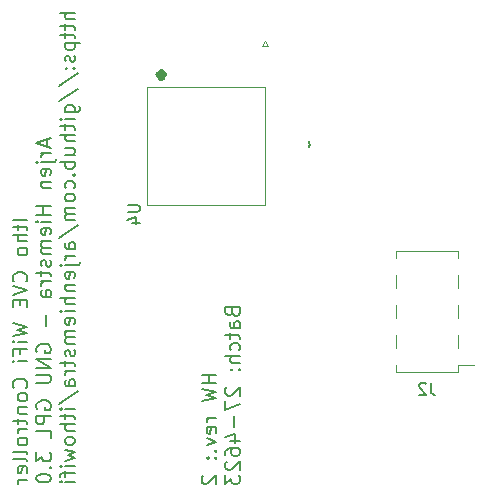
<source format=gbo>
G04 #@! TF.GenerationSoftware,KiCad,Pcbnew,7.0.7*
G04 #@! TF.CreationDate,2023-11-16T10:28:39+01:00*
G04 #@! TF.ProjectId,ithowifi_4l,6974686f-7769-4666-995f-346c2e6b6963,rev?*
G04 #@! TF.SameCoordinates,Original*
G04 #@! TF.FileFunction,Legend,Bot*
G04 #@! TF.FilePolarity,Positive*
%FSLAX46Y46*%
G04 Gerber Fmt 4.6, Leading zero omitted, Abs format (unit mm)*
G04 Created by KiCad (PCBNEW 7.0.7) date 2023-11-16 10:28:39*
%MOMM*%
%LPD*%
G01*
G04 APERTURE LIST*
%ADD10C,0.200000*%
%ADD11C,0.150000*%
%ADD12C,0.120000*%
%ADD13C,0.100000*%
%ADD14C,0.635000*%
G04 APERTURE END LIST*
D10*
X86951963Y-126225092D02*
X85705963Y-126225092D01*
X86121296Y-126640425D02*
X86121296Y-127115092D01*
X85705963Y-126818425D02*
X86773963Y-126818425D01*
X86773963Y-126818425D02*
X86892630Y-126877759D01*
X86892630Y-126877759D02*
X86951963Y-126996425D01*
X86951963Y-126996425D02*
X86951963Y-127115092D01*
X86951963Y-127530425D02*
X85705963Y-127530425D01*
X86951963Y-128064425D02*
X86299296Y-128064425D01*
X86299296Y-128064425D02*
X86180630Y-128005092D01*
X86180630Y-128005092D02*
X86121296Y-127886425D01*
X86121296Y-127886425D02*
X86121296Y-127708425D01*
X86121296Y-127708425D02*
X86180630Y-127589759D01*
X86180630Y-127589759D02*
X86239963Y-127530425D01*
X86951963Y-128835758D02*
X86892630Y-128717092D01*
X86892630Y-128717092D02*
X86833296Y-128657758D01*
X86833296Y-128657758D02*
X86714630Y-128598425D01*
X86714630Y-128598425D02*
X86358630Y-128598425D01*
X86358630Y-128598425D02*
X86239963Y-128657758D01*
X86239963Y-128657758D02*
X86180630Y-128717092D01*
X86180630Y-128717092D02*
X86121296Y-128835758D01*
X86121296Y-128835758D02*
X86121296Y-129013758D01*
X86121296Y-129013758D02*
X86180630Y-129132425D01*
X86180630Y-129132425D02*
X86239963Y-129191758D01*
X86239963Y-129191758D02*
X86358630Y-129251092D01*
X86358630Y-129251092D02*
X86714630Y-129251092D01*
X86714630Y-129251092D02*
X86833296Y-129191758D01*
X86833296Y-129191758D02*
X86892630Y-129132425D01*
X86892630Y-129132425D02*
X86951963Y-129013758D01*
X86951963Y-129013758D02*
X86951963Y-128835758D01*
X86833296Y-131446424D02*
X86892630Y-131387091D01*
X86892630Y-131387091D02*
X86951963Y-131209091D01*
X86951963Y-131209091D02*
X86951963Y-131090424D01*
X86951963Y-131090424D02*
X86892630Y-130912424D01*
X86892630Y-130912424D02*
X86773963Y-130793758D01*
X86773963Y-130793758D02*
X86655296Y-130734424D01*
X86655296Y-130734424D02*
X86417963Y-130675091D01*
X86417963Y-130675091D02*
X86239963Y-130675091D01*
X86239963Y-130675091D02*
X86002630Y-130734424D01*
X86002630Y-130734424D02*
X85883963Y-130793758D01*
X85883963Y-130793758D02*
X85765296Y-130912424D01*
X85765296Y-130912424D02*
X85705963Y-131090424D01*
X85705963Y-131090424D02*
X85705963Y-131209091D01*
X85705963Y-131209091D02*
X85765296Y-131387091D01*
X85765296Y-131387091D02*
X85824630Y-131446424D01*
X85705963Y-131802424D02*
X86951963Y-132217758D01*
X86951963Y-132217758D02*
X85705963Y-132633091D01*
X86299296Y-133048424D02*
X86299296Y-133463758D01*
X86951963Y-133641758D02*
X86951963Y-133048424D01*
X86951963Y-133048424D02*
X85705963Y-133048424D01*
X85705963Y-133048424D02*
X85705963Y-133641758D01*
X85705963Y-135006424D02*
X86951963Y-135303090D01*
X86951963Y-135303090D02*
X86061963Y-135540424D01*
X86061963Y-135540424D02*
X86951963Y-135777757D01*
X86951963Y-135777757D02*
X85705963Y-136074424D01*
X86951963Y-136549090D02*
X86121296Y-136549090D01*
X85705963Y-136549090D02*
X85765296Y-136489757D01*
X85765296Y-136489757D02*
X85824630Y-136549090D01*
X85824630Y-136549090D02*
X85765296Y-136608424D01*
X85765296Y-136608424D02*
X85705963Y-136549090D01*
X85705963Y-136549090D02*
X85824630Y-136549090D01*
X86299296Y-137557757D02*
X86299296Y-137142423D01*
X86951963Y-137142423D02*
X85705963Y-137142423D01*
X85705963Y-137142423D02*
X85705963Y-137735757D01*
X86951963Y-138210423D02*
X86121296Y-138210423D01*
X85705963Y-138210423D02*
X85765296Y-138151090D01*
X85765296Y-138151090D02*
X85824630Y-138210423D01*
X85824630Y-138210423D02*
X85765296Y-138269757D01*
X85765296Y-138269757D02*
X85705963Y-138210423D01*
X85705963Y-138210423D02*
X85824630Y-138210423D01*
X86833296Y-140465089D02*
X86892630Y-140405756D01*
X86892630Y-140405756D02*
X86951963Y-140227756D01*
X86951963Y-140227756D02*
X86951963Y-140109089D01*
X86951963Y-140109089D02*
X86892630Y-139931089D01*
X86892630Y-139931089D02*
X86773963Y-139812423D01*
X86773963Y-139812423D02*
X86655296Y-139753089D01*
X86655296Y-139753089D02*
X86417963Y-139693756D01*
X86417963Y-139693756D02*
X86239963Y-139693756D01*
X86239963Y-139693756D02*
X86002630Y-139753089D01*
X86002630Y-139753089D02*
X85883963Y-139812423D01*
X85883963Y-139812423D02*
X85765296Y-139931089D01*
X85765296Y-139931089D02*
X85705963Y-140109089D01*
X85705963Y-140109089D02*
X85705963Y-140227756D01*
X85705963Y-140227756D02*
X85765296Y-140405756D01*
X85765296Y-140405756D02*
X85824630Y-140465089D01*
X86951963Y-141177089D02*
X86892630Y-141058423D01*
X86892630Y-141058423D02*
X86833296Y-140999089D01*
X86833296Y-140999089D02*
X86714630Y-140939756D01*
X86714630Y-140939756D02*
X86358630Y-140939756D01*
X86358630Y-140939756D02*
X86239963Y-140999089D01*
X86239963Y-140999089D02*
X86180630Y-141058423D01*
X86180630Y-141058423D02*
X86121296Y-141177089D01*
X86121296Y-141177089D02*
X86121296Y-141355089D01*
X86121296Y-141355089D02*
X86180630Y-141473756D01*
X86180630Y-141473756D02*
X86239963Y-141533089D01*
X86239963Y-141533089D02*
X86358630Y-141592423D01*
X86358630Y-141592423D02*
X86714630Y-141592423D01*
X86714630Y-141592423D02*
X86833296Y-141533089D01*
X86833296Y-141533089D02*
X86892630Y-141473756D01*
X86892630Y-141473756D02*
X86951963Y-141355089D01*
X86951963Y-141355089D02*
X86951963Y-141177089D01*
X86121296Y-142126422D02*
X86951963Y-142126422D01*
X86239963Y-142126422D02*
X86180630Y-142185756D01*
X86180630Y-142185756D02*
X86121296Y-142304422D01*
X86121296Y-142304422D02*
X86121296Y-142482422D01*
X86121296Y-142482422D02*
X86180630Y-142601089D01*
X86180630Y-142601089D02*
X86299296Y-142660422D01*
X86299296Y-142660422D02*
X86951963Y-142660422D01*
X86121296Y-143075755D02*
X86121296Y-143550422D01*
X85705963Y-143253755D02*
X86773963Y-143253755D01*
X86773963Y-143253755D02*
X86892630Y-143313089D01*
X86892630Y-143313089D02*
X86951963Y-143431755D01*
X86951963Y-143431755D02*
X86951963Y-143550422D01*
X86951963Y-143965755D02*
X86121296Y-143965755D01*
X86358630Y-143965755D02*
X86239963Y-144025089D01*
X86239963Y-144025089D02*
X86180630Y-144084422D01*
X86180630Y-144084422D02*
X86121296Y-144203089D01*
X86121296Y-144203089D02*
X86121296Y-144321755D01*
X86951963Y-144915088D02*
X86892630Y-144796422D01*
X86892630Y-144796422D02*
X86833296Y-144737088D01*
X86833296Y-144737088D02*
X86714630Y-144677755D01*
X86714630Y-144677755D02*
X86358630Y-144677755D01*
X86358630Y-144677755D02*
X86239963Y-144737088D01*
X86239963Y-144737088D02*
X86180630Y-144796422D01*
X86180630Y-144796422D02*
X86121296Y-144915088D01*
X86121296Y-144915088D02*
X86121296Y-145093088D01*
X86121296Y-145093088D02*
X86180630Y-145211755D01*
X86180630Y-145211755D02*
X86239963Y-145271088D01*
X86239963Y-145271088D02*
X86358630Y-145330422D01*
X86358630Y-145330422D02*
X86714630Y-145330422D01*
X86714630Y-145330422D02*
X86833296Y-145271088D01*
X86833296Y-145271088D02*
X86892630Y-145211755D01*
X86892630Y-145211755D02*
X86951963Y-145093088D01*
X86951963Y-145093088D02*
X86951963Y-144915088D01*
X86951963Y-146042421D02*
X86892630Y-145923755D01*
X86892630Y-145923755D02*
X86773963Y-145864421D01*
X86773963Y-145864421D02*
X85705963Y-145864421D01*
X86951963Y-146695088D02*
X86892630Y-146576422D01*
X86892630Y-146576422D02*
X86773963Y-146517088D01*
X86773963Y-146517088D02*
X85705963Y-146517088D01*
X86892630Y-147644422D02*
X86951963Y-147525755D01*
X86951963Y-147525755D02*
X86951963Y-147288422D01*
X86951963Y-147288422D02*
X86892630Y-147169755D01*
X86892630Y-147169755D02*
X86773963Y-147110422D01*
X86773963Y-147110422D02*
X86299296Y-147110422D01*
X86299296Y-147110422D02*
X86180630Y-147169755D01*
X86180630Y-147169755D02*
X86121296Y-147288422D01*
X86121296Y-147288422D02*
X86121296Y-147525755D01*
X86121296Y-147525755D02*
X86180630Y-147644422D01*
X86180630Y-147644422D02*
X86299296Y-147703755D01*
X86299296Y-147703755D02*
X86417963Y-147703755D01*
X86417963Y-147703755D02*
X86536630Y-147110422D01*
X86951963Y-148237755D02*
X86121296Y-148237755D01*
X86358630Y-148237755D02*
X86239963Y-148297089D01*
X86239963Y-148297089D02*
X86180630Y-148356422D01*
X86180630Y-148356422D02*
X86121296Y-148475089D01*
X86121296Y-148475089D02*
X86121296Y-148593755D01*
X88602023Y-119461092D02*
X88602023Y-120054425D01*
X88958023Y-119342425D02*
X87712023Y-119757759D01*
X87712023Y-119757759D02*
X88958023Y-120173092D01*
X88958023Y-120588425D02*
X88127356Y-120588425D01*
X88364690Y-120588425D02*
X88246023Y-120647759D01*
X88246023Y-120647759D02*
X88186690Y-120707092D01*
X88186690Y-120707092D02*
X88127356Y-120825759D01*
X88127356Y-120825759D02*
X88127356Y-120944425D01*
X88127356Y-121359758D02*
X89195356Y-121359758D01*
X89195356Y-121359758D02*
X89314023Y-121300425D01*
X89314023Y-121300425D02*
X89373356Y-121181758D01*
X89373356Y-121181758D02*
X89373356Y-121122425D01*
X87712023Y-121359758D02*
X87771356Y-121300425D01*
X87771356Y-121300425D02*
X87830690Y-121359758D01*
X87830690Y-121359758D02*
X87771356Y-121419092D01*
X87771356Y-121419092D02*
X87712023Y-121359758D01*
X87712023Y-121359758D02*
X87830690Y-121359758D01*
X88898690Y-122427758D02*
X88958023Y-122309091D01*
X88958023Y-122309091D02*
X88958023Y-122071758D01*
X88958023Y-122071758D02*
X88898690Y-121953091D01*
X88898690Y-121953091D02*
X88780023Y-121893758D01*
X88780023Y-121893758D02*
X88305356Y-121893758D01*
X88305356Y-121893758D02*
X88186690Y-121953091D01*
X88186690Y-121953091D02*
X88127356Y-122071758D01*
X88127356Y-122071758D02*
X88127356Y-122309091D01*
X88127356Y-122309091D02*
X88186690Y-122427758D01*
X88186690Y-122427758D02*
X88305356Y-122487091D01*
X88305356Y-122487091D02*
X88424023Y-122487091D01*
X88424023Y-122487091D02*
X88542690Y-121893758D01*
X88127356Y-123021091D02*
X88958023Y-123021091D01*
X88246023Y-123021091D02*
X88186690Y-123080425D01*
X88186690Y-123080425D02*
X88127356Y-123199091D01*
X88127356Y-123199091D02*
X88127356Y-123377091D01*
X88127356Y-123377091D02*
X88186690Y-123495758D01*
X88186690Y-123495758D02*
X88305356Y-123555091D01*
X88305356Y-123555091D02*
X88958023Y-123555091D01*
X88958023Y-125097757D02*
X87712023Y-125097757D01*
X88305356Y-125097757D02*
X88305356Y-125809757D01*
X88958023Y-125809757D02*
X87712023Y-125809757D01*
X88958023Y-126403090D02*
X88127356Y-126403090D01*
X87712023Y-126403090D02*
X87771356Y-126343757D01*
X87771356Y-126343757D02*
X87830690Y-126403090D01*
X87830690Y-126403090D02*
X87771356Y-126462424D01*
X87771356Y-126462424D02*
X87712023Y-126403090D01*
X87712023Y-126403090D02*
X87830690Y-126403090D01*
X88898690Y-127471090D02*
X88958023Y-127352423D01*
X88958023Y-127352423D02*
X88958023Y-127115090D01*
X88958023Y-127115090D02*
X88898690Y-126996423D01*
X88898690Y-126996423D02*
X88780023Y-126937090D01*
X88780023Y-126937090D02*
X88305356Y-126937090D01*
X88305356Y-126937090D02*
X88186690Y-126996423D01*
X88186690Y-126996423D02*
X88127356Y-127115090D01*
X88127356Y-127115090D02*
X88127356Y-127352423D01*
X88127356Y-127352423D02*
X88186690Y-127471090D01*
X88186690Y-127471090D02*
X88305356Y-127530423D01*
X88305356Y-127530423D02*
X88424023Y-127530423D01*
X88424023Y-127530423D02*
X88542690Y-126937090D01*
X88958023Y-128064423D02*
X88127356Y-128064423D01*
X88246023Y-128064423D02*
X88186690Y-128123757D01*
X88186690Y-128123757D02*
X88127356Y-128242423D01*
X88127356Y-128242423D02*
X88127356Y-128420423D01*
X88127356Y-128420423D02*
X88186690Y-128539090D01*
X88186690Y-128539090D02*
X88305356Y-128598423D01*
X88305356Y-128598423D02*
X88958023Y-128598423D01*
X88305356Y-128598423D02*
X88186690Y-128657757D01*
X88186690Y-128657757D02*
X88127356Y-128776423D01*
X88127356Y-128776423D02*
X88127356Y-128954423D01*
X88127356Y-128954423D02*
X88186690Y-129073090D01*
X88186690Y-129073090D02*
X88305356Y-129132423D01*
X88305356Y-129132423D02*
X88958023Y-129132423D01*
X88898690Y-129666423D02*
X88958023Y-129785090D01*
X88958023Y-129785090D02*
X88958023Y-130022423D01*
X88958023Y-130022423D02*
X88898690Y-130141090D01*
X88898690Y-130141090D02*
X88780023Y-130200423D01*
X88780023Y-130200423D02*
X88720690Y-130200423D01*
X88720690Y-130200423D02*
X88602023Y-130141090D01*
X88602023Y-130141090D02*
X88542690Y-130022423D01*
X88542690Y-130022423D02*
X88542690Y-129844423D01*
X88542690Y-129844423D02*
X88483356Y-129725756D01*
X88483356Y-129725756D02*
X88364690Y-129666423D01*
X88364690Y-129666423D02*
X88305356Y-129666423D01*
X88305356Y-129666423D02*
X88186690Y-129725756D01*
X88186690Y-129725756D02*
X88127356Y-129844423D01*
X88127356Y-129844423D02*
X88127356Y-130022423D01*
X88127356Y-130022423D02*
X88186690Y-130141090D01*
X88127356Y-130556423D02*
X88127356Y-131031090D01*
X87712023Y-130734423D02*
X88780023Y-130734423D01*
X88780023Y-130734423D02*
X88898690Y-130793757D01*
X88898690Y-130793757D02*
X88958023Y-130912423D01*
X88958023Y-130912423D02*
X88958023Y-131031090D01*
X88958023Y-131446423D02*
X88127356Y-131446423D01*
X88364690Y-131446423D02*
X88246023Y-131505757D01*
X88246023Y-131505757D02*
X88186690Y-131565090D01*
X88186690Y-131565090D02*
X88127356Y-131683757D01*
X88127356Y-131683757D02*
X88127356Y-131802423D01*
X88958023Y-132751756D02*
X88305356Y-132751756D01*
X88305356Y-132751756D02*
X88186690Y-132692423D01*
X88186690Y-132692423D02*
X88127356Y-132573756D01*
X88127356Y-132573756D02*
X88127356Y-132336423D01*
X88127356Y-132336423D02*
X88186690Y-132217756D01*
X88898690Y-132751756D02*
X88958023Y-132633090D01*
X88958023Y-132633090D02*
X88958023Y-132336423D01*
X88958023Y-132336423D02*
X88898690Y-132217756D01*
X88898690Y-132217756D02*
X88780023Y-132158423D01*
X88780023Y-132158423D02*
X88661356Y-132158423D01*
X88661356Y-132158423D02*
X88542690Y-132217756D01*
X88542690Y-132217756D02*
X88483356Y-132336423D01*
X88483356Y-132336423D02*
X88483356Y-132633090D01*
X88483356Y-132633090D02*
X88424023Y-132751756D01*
X88483356Y-134294422D02*
X88483356Y-135243756D01*
X87771356Y-137439089D02*
X87712023Y-137320422D01*
X87712023Y-137320422D02*
X87712023Y-137142422D01*
X87712023Y-137142422D02*
X87771356Y-136964422D01*
X87771356Y-136964422D02*
X87890023Y-136845756D01*
X87890023Y-136845756D02*
X88008690Y-136786422D01*
X88008690Y-136786422D02*
X88246023Y-136727089D01*
X88246023Y-136727089D02*
X88424023Y-136727089D01*
X88424023Y-136727089D02*
X88661356Y-136786422D01*
X88661356Y-136786422D02*
X88780023Y-136845756D01*
X88780023Y-136845756D02*
X88898690Y-136964422D01*
X88898690Y-136964422D02*
X88958023Y-137142422D01*
X88958023Y-137142422D02*
X88958023Y-137261089D01*
X88958023Y-137261089D02*
X88898690Y-137439089D01*
X88898690Y-137439089D02*
X88839356Y-137498422D01*
X88839356Y-137498422D02*
X88424023Y-137498422D01*
X88424023Y-137498422D02*
X88424023Y-137261089D01*
X88958023Y-138032422D02*
X87712023Y-138032422D01*
X87712023Y-138032422D02*
X88958023Y-138744422D01*
X88958023Y-138744422D02*
X87712023Y-138744422D01*
X87712023Y-139337755D02*
X88720690Y-139337755D01*
X88720690Y-139337755D02*
X88839356Y-139397089D01*
X88839356Y-139397089D02*
X88898690Y-139456422D01*
X88898690Y-139456422D02*
X88958023Y-139575089D01*
X88958023Y-139575089D02*
X88958023Y-139812422D01*
X88958023Y-139812422D02*
X88898690Y-139931089D01*
X88898690Y-139931089D02*
X88839356Y-139990422D01*
X88839356Y-139990422D02*
X88720690Y-140049755D01*
X88720690Y-140049755D02*
X87712023Y-140049755D01*
X87771356Y-142245088D02*
X87712023Y-142126421D01*
X87712023Y-142126421D02*
X87712023Y-141948421D01*
X87712023Y-141948421D02*
X87771356Y-141770421D01*
X87771356Y-141770421D02*
X87890023Y-141651755D01*
X87890023Y-141651755D02*
X88008690Y-141592421D01*
X88008690Y-141592421D02*
X88246023Y-141533088D01*
X88246023Y-141533088D02*
X88424023Y-141533088D01*
X88424023Y-141533088D02*
X88661356Y-141592421D01*
X88661356Y-141592421D02*
X88780023Y-141651755D01*
X88780023Y-141651755D02*
X88898690Y-141770421D01*
X88898690Y-141770421D02*
X88958023Y-141948421D01*
X88958023Y-141948421D02*
X88958023Y-142067088D01*
X88958023Y-142067088D02*
X88898690Y-142245088D01*
X88898690Y-142245088D02*
X88839356Y-142304421D01*
X88839356Y-142304421D02*
X88424023Y-142304421D01*
X88424023Y-142304421D02*
X88424023Y-142067088D01*
X88958023Y-142838421D02*
X87712023Y-142838421D01*
X87712023Y-142838421D02*
X87712023Y-143313088D01*
X87712023Y-143313088D02*
X87771356Y-143431755D01*
X87771356Y-143431755D02*
X87830690Y-143491088D01*
X87830690Y-143491088D02*
X87949356Y-143550421D01*
X87949356Y-143550421D02*
X88127356Y-143550421D01*
X88127356Y-143550421D02*
X88246023Y-143491088D01*
X88246023Y-143491088D02*
X88305356Y-143431755D01*
X88305356Y-143431755D02*
X88364690Y-143313088D01*
X88364690Y-143313088D02*
X88364690Y-142838421D01*
X88958023Y-144677755D02*
X88958023Y-144084421D01*
X88958023Y-144084421D02*
X87712023Y-144084421D01*
X87712023Y-145923755D02*
X87712023Y-146695088D01*
X87712023Y-146695088D02*
X88186690Y-146279755D01*
X88186690Y-146279755D02*
X88186690Y-146457755D01*
X88186690Y-146457755D02*
X88246023Y-146576421D01*
X88246023Y-146576421D02*
X88305356Y-146635755D01*
X88305356Y-146635755D02*
X88424023Y-146695088D01*
X88424023Y-146695088D02*
X88720690Y-146695088D01*
X88720690Y-146695088D02*
X88839356Y-146635755D01*
X88839356Y-146635755D02*
X88898690Y-146576421D01*
X88898690Y-146576421D02*
X88958023Y-146457755D01*
X88958023Y-146457755D02*
X88958023Y-146101755D01*
X88958023Y-146101755D02*
X88898690Y-145983088D01*
X88898690Y-145983088D02*
X88839356Y-145923755D01*
X88839356Y-147229088D02*
X88898690Y-147288422D01*
X88898690Y-147288422D02*
X88958023Y-147229088D01*
X88958023Y-147229088D02*
X88898690Y-147169755D01*
X88898690Y-147169755D02*
X88839356Y-147229088D01*
X88839356Y-147229088D02*
X88958023Y-147229088D01*
X87712023Y-148059755D02*
X87712023Y-148178421D01*
X87712023Y-148178421D02*
X87771356Y-148297088D01*
X87771356Y-148297088D02*
X87830690Y-148356421D01*
X87830690Y-148356421D02*
X87949356Y-148415755D01*
X87949356Y-148415755D02*
X88186690Y-148475088D01*
X88186690Y-148475088D02*
X88483356Y-148475088D01*
X88483356Y-148475088D02*
X88720690Y-148415755D01*
X88720690Y-148415755D02*
X88839356Y-148356421D01*
X88839356Y-148356421D02*
X88898690Y-148297088D01*
X88898690Y-148297088D02*
X88958023Y-148178421D01*
X88958023Y-148178421D02*
X88958023Y-148059755D01*
X88958023Y-148059755D02*
X88898690Y-147941088D01*
X88898690Y-147941088D02*
X88839356Y-147881755D01*
X88839356Y-147881755D02*
X88720690Y-147822421D01*
X88720690Y-147822421D02*
X88483356Y-147763088D01*
X88483356Y-147763088D02*
X88186690Y-147763088D01*
X88186690Y-147763088D02*
X87949356Y-147822421D01*
X87949356Y-147822421D02*
X87830690Y-147881755D01*
X87830690Y-147881755D02*
X87771356Y-147941088D01*
X87771356Y-147941088D02*
X87712023Y-148059755D01*
X90964083Y-108721764D02*
X89718083Y-108721764D01*
X90964083Y-109255764D02*
X90311416Y-109255764D01*
X90311416Y-109255764D02*
X90192750Y-109196431D01*
X90192750Y-109196431D02*
X90133416Y-109077764D01*
X90133416Y-109077764D02*
X90133416Y-108899764D01*
X90133416Y-108899764D02*
X90192750Y-108781098D01*
X90192750Y-108781098D02*
X90252083Y-108721764D01*
X90133416Y-109671097D02*
X90133416Y-110145764D01*
X89718083Y-109849097D02*
X90786083Y-109849097D01*
X90786083Y-109849097D02*
X90904750Y-109908431D01*
X90904750Y-109908431D02*
X90964083Y-110027097D01*
X90964083Y-110027097D02*
X90964083Y-110145764D01*
X90133416Y-110383097D02*
X90133416Y-110857764D01*
X89718083Y-110561097D02*
X90786083Y-110561097D01*
X90786083Y-110561097D02*
X90904750Y-110620431D01*
X90904750Y-110620431D02*
X90964083Y-110739097D01*
X90964083Y-110739097D02*
X90964083Y-110857764D01*
X90133416Y-111273097D02*
X91379416Y-111273097D01*
X90192750Y-111273097D02*
X90133416Y-111391764D01*
X90133416Y-111391764D02*
X90133416Y-111629097D01*
X90133416Y-111629097D02*
X90192750Y-111747764D01*
X90192750Y-111747764D02*
X90252083Y-111807097D01*
X90252083Y-111807097D02*
X90370750Y-111866431D01*
X90370750Y-111866431D02*
X90726750Y-111866431D01*
X90726750Y-111866431D02*
X90845416Y-111807097D01*
X90845416Y-111807097D02*
X90904750Y-111747764D01*
X90904750Y-111747764D02*
X90964083Y-111629097D01*
X90964083Y-111629097D02*
X90964083Y-111391764D01*
X90964083Y-111391764D02*
X90904750Y-111273097D01*
X90904750Y-112341097D02*
X90964083Y-112459764D01*
X90964083Y-112459764D02*
X90964083Y-112697097D01*
X90964083Y-112697097D02*
X90904750Y-112815764D01*
X90904750Y-112815764D02*
X90786083Y-112875097D01*
X90786083Y-112875097D02*
X90726750Y-112875097D01*
X90726750Y-112875097D02*
X90608083Y-112815764D01*
X90608083Y-112815764D02*
X90548750Y-112697097D01*
X90548750Y-112697097D02*
X90548750Y-112519097D01*
X90548750Y-112519097D02*
X90489416Y-112400430D01*
X90489416Y-112400430D02*
X90370750Y-112341097D01*
X90370750Y-112341097D02*
X90311416Y-112341097D01*
X90311416Y-112341097D02*
X90192750Y-112400430D01*
X90192750Y-112400430D02*
X90133416Y-112519097D01*
X90133416Y-112519097D02*
X90133416Y-112697097D01*
X90133416Y-112697097D02*
X90192750Y-112815764D01*
X90845416Y-113409097D02*
X90904750Y-113468431D01*
X90904750Y-113468431D02*
X90964083Y-113409097D01*
X90964083Y-113409097D02*
X90904750Y-113349764D01*
X90904750Y-113349764D02*
X90845416Y-113409097D01*
X90845416Y-113409097D02*
X90964083Y-113409097D01*
X90192750Y-113409097D02*
X90252083Y-113468431D01*
X90252083Y-113468431D02*
X90311416Y-113409097D01*
X90311416Y-113409097D02*
X90252083Y-113349764D01*
X90252083Y-113349764D02*
X90192750Y-113409097D01*
X90192750Y-113409097D02*
X90311416Y-113409097D01*
X89658750Y-114892430D02*
X91260750Y-113824430D01*
X89658750Y-116197763D02*
X91260750Y-115129763D01*
X90133416Y-117147096D02*
X91142083Y-117147096D01*
X91142083Y-117147096D02*
X91260750Y-117087763D01*
X91260750Y-117087763D02*
X91320083Y-117028430D01*
X91320083Y-117028430D02*
X91379416Y-116909763D01*
X91379416Y-116909763D02*
X91379416Y-116731763D01*
X91379416Y-116731763D02*
X91320083Y-116613096D01*
X90904750Y-117147096D02*
X90964083Y-117028430D01*
X90964083Y-117028430D02*
X90964083Y-116791096D01*
X90964083Y-116791096D02*
X90904750Y-116672430D01*
X90904750Y-116672430D02*
X90845416Y-116613096D01*
X90845416Y-116613096D02*
X90726750Y-116553763D01*
X90726750Y-116553763D02*
X90370750Y-116553763D01*
X90370750Y-116553763D02*
X90252083Y-116613096D01*
X90252083Y-116613096D02*
X90192750Y-116672430D01*
X90192750Y-116672430D02*
X90133416Y-116791096D01*
X90133416Y-116791096D02*
X90133416Y-117028430D01*
X90133416Y-117028430D02*
X90192750Y-117147096D01*
X90964083Y-117740429D02*
X90133416Y-117740429D01*
X89718083Y-117740429D02*
X89777416Y-117681096D01*
X89777416Y-117681096D02*
X89836750Y-117740429D01*
X89836750Y-117740429D02*
X89777416Y-117799763D01*
X89777416Y-117799763D02*
X89718083Y-117740429D01*
X89718083Y-117740429D02*
X89836750Y-117740429D01*
X90133416Y-118155762D02*
X90133416Y-118630429D01*
X89718083Y-118333762D02*
X90786083Y-118333762D01*
X90786083Y-118333762D02*
X90904750Y-118393096D01*
X90904750Y-118393096D02*
X90964083Y-118511762D01*
X90964083Y-118511762D02*
X90964083Y-118630429D01*
X90964083Y-119045762D02*
X89718083Y-119045762D01*
X90964083Y-119579762D02*
X90311416Y-119579762D01*
X90311416Y-119579762D02*
X90192750Y-119520429D01*
X90192750Y-119520429D02*
X90133416Y-119401762D01*
X90133416Y-119401762D02*
X90133416Y-119223762D01*
X90133416Y-119223762D02*
X90192750Y-119105096D01*
X90192750Y-119105096D02*
X90252083Y-119045762D01*
X90133416Y-120707095D02*
X90964083Y-120707095D01*
X90133416Y-120173095D02*
X90786083Y-120173095D01*
X90786083Y-120173095D02*
X90904750Y-120232429D01*
X90904750Y-120232429D02*
X90964083Y-120351095D01*
X90964083Y-120351095D02*
X90964083Y-120529095D01*
X90964083Y-120529095D02*
X90904750Y-120647762D01*
X90904750Y-120647762D02*
X90845416Y-120707095D01*
X90964083Y-121300428D02*
X89718083Y-121300428D01*
X90192750Y-121300428D02*
X90133416Y-121419095D01*
X90133416Y-121419095D02*
X90133416Y-121656428D01*
X90133416Y-121656428D02*
X90192750Y-121775095D01*
X90192750Y-121775095D02*
X90252083Y-121834428D01*
X90252083Y-121834428D02*
X90370750Y-121893762D01*
X90370750Y-121893762D02*
X90726750Y-121893762D01*
X90726750Y-121893762D02*
X90845416Y-121834428D01*
X90845416Y-121834428D02*
X90904750Y-121775095D01*
X90904750Y-121775095D02*
X90964083Y-121656428D01*
X90964083Y-121656428D02*
X90964083Y-121419095D01*
X90964083Y-121419095D02*
X90904750Y-121300428D01*
X90845416Y-122427761D02*
X90904750Y-122487095D01*
X90904750Y-122487095D02*
X90964083Y-122427761D01*
X90964083Y-122427761D02*
X90904750Y-122368428D01*
X90904750Y-122368428D02*
X90845416Y-122427761D01*
X90845416Y-122427761D02*
X90964083Y-122427761D01*
X90904750Y-123555094D02*
X90964083Y-123436428D01*
X90964083Y-123436428D02*
X90964083Y-123199094D01*
X90964083Y-123199094D02*
X90904750Y-123080428D01*
X90904750Y-123080428D02*
X90845416Y-123021094D01*
X90845416Y-123021094D02*
X90726750Y-122961761D01*
X90726750Y-122961761D02*
X90370750Y-122961761D01*
X90370750Y-122961761D02*
X90252083Y-123021094D01*
X90252083Y-123021094D02*
X90192750Y-123080428D01*
X90192750Y-123080428D02*
X90133416Y-123199094D01*
X90133416Y-123199094D02*
X90133416Y-123436428D01*
X90133416Y-123436428D02*
X90192750Y-123555094D01*
X90964083Y-124267094D02*
X90904750Y-124148428D01*
X90904750Y-124148428D02*
X90845416Y-124089094D01*
X90845416Y-124089094D02*
X90726750Y-124029761D01*
X90726750Y-124029761D02*
X90370750Y-124029761D01*
X90370750Y-124029761D02*
X90252083Y-124089094D01*
X90252083Y-124089094D02*
X90192750Y-124148428D01*
X90192750Y-124148428D02*
X90133416Y-124267094D01*
X90133416Y-124267094D02*
X90133416Y-124445094D01*
X90133416Y-124445094D02*
X90192750Y-124563761D01*
X90192750Y-124563761D02*
X90252083Y-124623094D01*
X90252083Y-124623094D02*
X90370750Y-124682428D01*
X90370750Y-124682428D02*
X90726750Y-124682428D01*
X90726750Y-124682428D02*
X90845416Y-124623094D01*
X90845416Y-124623094D02*
X90904750Y-124563761D01*
X90904750Y-124563761D02*
X90964083Y-124445094D01*
X90964083Y-124445094D02*
X90964083Y-124267094D01*
X90964083Y-125216427D02*
X90133416Y-125216427D01*
X90252083Y-125216427D02*
X90192750Y-125275761D01*
X90192750Y-125275761D02*
X90133416Y-125394427D01*
X90133416Y-125394427D02*
X90133416Y-125572427D01*
X90133416Y-125572427D02*
X90192750Y-125691094D01*
X90192750Y-125691094D02*
X90311416Y-125750427D01*
X90311416Y-125750427D02*
X90964083Y-125750427D01*
X90311416Y-125750427D02*
X90192750Y-125809761D01*
X90192750Y-125809761D02*
X90133416Y-125928427D01*
X90133416Y-125928427D02*
X90133416Y-126106427D01*
X90133416Y-126106427D02*
X90192750Y-126225094D01*
X90192750Y-126225094D02*
X90311416Y-126284427D01*
X90311416Y-126284427D02*
X90964083Y-126284427D01*
X89658750Y-127767760D02*
X91260750Y-126699760D01*
X90964083Y-128717093D02*
X90311416Y-128717093D01*
X90311416Y-128717093D02*
X90192750Y-128657760D01*
X90192750Y-128657760D02*
X90133416Y-128539093D01*
X90133416Y-128539093D02*
X90133416Y-128301760D01*
X90133416Y-128301760D02*
X90192750Y-128183093D01*
X90904750Y-128717093D02*
X90964083Y-128598427D01*
X90964083Y-128598427D02*
X90964083Y-128301760D01*
X90964083Y-128301760D02*
X90904750Y-128183093D01*
X90904750Y-128183093D02*
X90786083Y-128123760D01*
X90786083Y-128123760D02*
X90667416Y-128123760D01*
X90667416Y-128123760D02*
X90548750Y-128183093D01*
X90548750Y-128183093D02*
X90489416Y-128301760D01*
X90489416Y-128301760D02*
X90489416Y-128598427D01*
X90489416Y-128598427D02*
X90430083Y-128717093D01*
X90964083Y-129310426D02*
X90133416Y-129310426D01*
X90370750Y-129310426D02*
X90252083Y-129369760D01*
X90252083Y-129369760D02*
X90192750Y-129429093D01*
X90192750Y-129429093D02*
X90133416Y-129547760D01*
X90133416Y-129547760D02*
X90133416Y-129666426D01*
X90133416Y-130081759D02*
X91201416Y-130081759D01*
X91201416Y-130081759D02*
X91320083Y-130022426D01*
X91320083Y-130022426D02*
X91379416Y-129903759D01*
X91379416Y-129903759D02*
X91379416Y-129844426D01*
X89718083Y-130081759D02*
X89777416Y-130022426D01*
X89777416Y-130022426D02*
X89836750Y-130081759D01*
X89836750Y-130081759D02*
X89777416Y-130141093D01*
X89777416Y-130141093D02*
X89718083Y-130081759D01*
X89718083Y-130081759D02*
X89836750Y-130081759D01*
X90904750Y-131149759D02*
X90964083Y-131031092D01*
X90964083Y-131031092D02*
X90964083Y-130793759D01*
X90964083Y-130793759D02*
X90904750Y-130675092D01*
X90904750Y-130675092D02*
X90786083Y-130615759D01*
X90786083Y-130615759D02*
X90311416Y-130615759D01*
X90311416Y-130615759D02*
X90192750Y-130675092D01*
X90192750Y-130675092D02*
X90133416Y-130793759D01*
X90133416Y-130793759D02*
X90133416Y-131031092D01*
X90133416Y-131031092D02*
X90192750Y-131149759D01*
X90192750Y-131149759D02*
X90311416Y-131209092D01*
X90311416Y-131209092D02*
X90430083Y-131209092D01*
X90430083Y-131209092D02*
X90548750Y-130615759D01*
X90133416Y-131743092D02*
X90964083Y-131743092D01*
X90252083Y-131743092D02*
X90192750Y-131802426D01*
X90192750Y-131802426D02*
X90133416Y-131921092D01*
X90133416Y-131921092D02*
X90133416Y-132099092D01*
X90133416Y-132099092D02*
X90192750Y-132217759D01*
X90192750Y-132217759D02*
X90311416Y-132277092D01*
X90311416Y-132277092D02*
X90964083Y-132277092D01*
X90964083Y-132870425D02*
X89718083Y-132870425D01*
X90964083Y-133404425D02*
X90311416Y-133404425D01*
X90311416Y-133404425D02*
X90192750Y-133345092D01*
X90192750Y-133345092D02*
X90133416Y-133226425D01*
X90133416Y-133226425D02*
X90133416Y-133048425D01*
X90133416Y-133048425D02*
X90192750Y-132929759D01*
X90192750Y-132929759D02*
X90252083Y-132870425D01*
X90964083Y-133997758D02*
X90133416Y-133997758D01*
X89718083Y-133997758D02*
X89777416Y-133938425D01*
X89777416Y-133938425D02*
X89836750Y-133997758D01*
X89836750Y-133997758D02*
X89777416Y-134057092D01*
X89777416Y-134057092D02*
X89718083Y-133997758D01*
X89718083Y-133997758D02*
X89836750Y-133997758D01*
X90904750Y-135065758D02*
X90964083Y-134947091D01*
X90964083Y-134947091D02*
X90964083Y-134709758D01*
X90964083Y-134709758D02*
X90904750Y-134591091D01*
X90904750Y-134591091D02*
X90786083Y-134531758D01*
X90786083Y-134531758D02*
X90311416Y-134531758D01*
X90311416Y-134531758D02*
X90192750Y-134591091D01*
X90192750Y-134591091D02*
X90133416Y-134709758D01*
X90133416Y-134709758D02*
X90133416Y-134947091D01*
X90133416Y-134947091D02*
X90192750Y-135065758D01*
X90192750Y-135065758D02*
X90311416Y-135125091D01*
X90311416Y-135125091D02*
X90430083Y-135125091D01*
X90430083Y-135125091D02*
X90548750Y-134531758D01*
X90964083Y-135659091D02*
X90133416Y-135659091D01*
X90252083Y-135659091D02*
X90192750Y-135718425D01*
X90192750Y-135718425D02*
X90133416Y-135837091D01*
X90133416Y-135837091D02*
X90133416Y-136015091D01*
X90133416Y-136015091D02*
X90192750Y-136133758D01*
X90192750Y-136133758D02*
X90311416Y-136193091D01*
X90311416Y-136193091D02*
X90964083Y-136193091D01*
X90311416Y-136193091D02*
X90192750Y-136252425D01*
X90192750Y-136252425D02*
X90133416Y-136371091D01*
X90133416Y-136371091D02*
X90133416Y-136549091D01*
X90133416Y-136549091D02*
X90192750Y-136667758D01*
X90192750Y-136667758D02*
X90311416Y-136727091D01*
X90311416Y-136727091D02*
X90964083Y-136727091D01*
X90904750Y-137261091D02*
X90964083Y-137379758D01*
X90964083Y-137379758D02*
X90964083Y-137617091D01*
X90964083Y-137617091D02*
X90904750Y-137735758D01*
X90904750Y-137735758D02*
X90786083Y-137795091D01*
X90786083Y-137795091D02*
X90726750Y-137795091D01*
X90726750Y-137795091D02*
X90608083Y-137735758D01*
X90608083Y-137735758D02*
X90548750Y-137617091D01*
X90548750Y-137617091D02*
X90548750Y-137439091D01*
X90548750Y-137439091D02*
X90489416Y-137320424D01*
X90489416Y-137320424D02*
X90370750Y-137261091D01*
X90370750Y-137261091D02*
X90311416Y-137261091D01*
X90311416Y-137261091D02*
X90192750Y-137320424D01*
X90192750Y-137320424D02*
X90133416Y-137439091D01*
X90133416Y-137439091D02*
X90133416Y-137617091D01*
X90133416Y-137617091D02*
X90192750Y-137735758D01*
X90133416Y-138151091D02*
X90133416Y-138625758D01*
X89718083Y-138329091D02*
X90786083Y-138329091D01*
X90786083Y-138329091D02*
X90904750Y-138388425D01*
X90904750Y-138388425D02*
X90964083Y-138507091D01*
X90964083Y-138507091D02*
X90964083Y-138625758D01*
X90964083Y-139041091D02*
X90133416Y-139041091D01*
X90370750Y-139041091D02*
X90252083Y-139100425D01*
X90252083Y-139100425D02*
X90192750Y-139159758D01*
X90192750Y-139159758D02*
X90133416Y-139278425D01*
X90133416Y-139278425D02*
X90133416Y-139397091D01*
X90964083Y-140346424D02*
X90311416Y-140346424D01*
X90311416Y-140346424D02*
X90192750Y-140287091D01*
X90192750Y-140287091D02*
X90133416Y-140168424D01*
X90133416Y-140168424D02*
X90133416Y-139931091D01*
X90133416Y-139931091D02*
X90192750Y-139812424D01*
X90904750Y-140346424D02*
X90964083Y-140227758D01*
X90964083Y-140227758D02*
X90964083Y-139931091D01*
X90964083Y-139931091D02*
X90904750Y-139812424D01*
X90904750Y-139812424D02*
X90786083Y-139753091D01*
X90786083Y-139753091D02*
X90667416Y-139753091D01*
X90667416Y-139753091D02*
X90548750Y-139812424D01*
X90548750Y-139812424D02*
X90489416Y-139931091D01*
X90489416Y-139931091D02*
X90489416Y-140227758D01*
X90489416Y-140227758D02*
X90430083Y-140346424D01*
X89658750Y-141829757D02*
X91260750Y-140761757D01*
X90964083Y-142245090D02*
X90133416Y-142245090D01*
X89718083Y-142245090D02*
X89777416Y-142185757D01*
X89777416Y-142185757D02*
X89836750Y-142245090D01*
X89836750Y-142245090D02*
X89777416Y-142304424D01*
X89777416Y-142304424D02*
X89718083Y-142245090D01*
X89718083Y-142245090D02*
X89836750Y-142245090D01*
X90133416Y-142660423D02*
X90133416Y-143135090D01*
X89718083Y-142838423D02*
X90786083Y-142838423D01*
X90786083Y-142838423D02*
X90904750Y-142897757D01*
X90904750Y-142897757D02*
X90964083Y-143016423D01*
X90964083Y-143016423D02*
X90964083Y-143135090D01*
X90964083Y-143550423D02*
X89718083Y-143550423D01*
X90964083Y-144084423D02*
X90311416Y-144084423D01*
X90311416Y-144084423D02*
X90192750Y-144025090D01*
X90192750Y-144025090D02*
X90133416Y-143906423D01*
X90133416Y-143906423D02*
X90133416Y-143728423D01*
X90133416Y-143728423D02*
X90192750Y-143609757D01*
X90192750Y-143609757D02*
X90252083Y-143550423D01*
X90964083Y-144855756D02*
X90904750Y-144737090D01*
X90904750Y-144737090D02*
X90845416Y-144677756D01*
X90845416Y-144677756D02*
X90726750Y-144618423D01*
X90726750Y-144618423D02*
X90370750Y-144618423D01*
X90370750Y-144618423D02*
X90252083Y-144677756D01*
X90252083Y-144677756D02*
X90192750Y-144737090D01*
X90192750Y-144737090D02*
X90133416Y-144855756D01*
X90133416Y-144855756D02*
X90133416Y-145033756D01*
X90133416Y-145033756D02*
X90192750Y-145152423D01*
X90192750Y-145152423D02*
X90252083Y-145211756D01*
X90252083Y-145211756D02*
X90370750Y-145271090D01*
X90370750Y-145271090D02*
X90726750Y-145271090D01*
X90726750Y-145271090D02*
X90845416Y-145211756D01*
X90845416Y-145211756D02*
X90904750Y-145152423D01*
X90904750Y-145152423D02*
X90964083Y-145033756D01*
X90964083Y-145033756D02*
X90964083Y-144855756D01*
X90133416Y-145686423D02*
X90964083Y-145923756D01*
X90964083Y-145923756D02*
X90370750Y-146161089D01*
X90370750Y-146161089D02*
X90964083Y-146398423D01*
X90964083Y-146398423D02*
X90133416Y-146635756D01*
X90964083Y-147110422D02*
X90133416Y-147110422D01*
X89718083Y-147110422D02*
X89777416Y-147051089D01*
X89777416Y-147051089D02*
X89836750Y-147110422D01*
X89836750Y-147110422D02*
X89777416Y-147169756D01*
X89777416Y-147169756D02*
X89718083Y-147110422D01*
X89718083Y-147110422D02*
X89836750Y-147110422D01*
X90133416Y-147525755D02*
X90133416Y-148000422D01*
X90964083Y-147703755D02*
X89896083Y-147703755D01*
X89896083Y-147703755D02*
X89777416Y-147763089D01*
X89777416Y-147763089D02*
X89718083Y-147881755D01*
X89718083Y-147881755D02*
X89718083Y-148000422D01*
X90964083Y-148415755D02*
X90133416Y-148415755D01*
X89718083Y-148415755D02*
X89777416Y-148356422D01*
X89777416Y-148356422D02*
X89836750Y-148415755D01*
X89836750Y-148415755D02*
X89777416Y-148475089D01*
X89777416Y-148475089D02*
X89718083Y-148415755D01*
X89718083Y-148415755D02*
X89836750Y-148415755D01*
X102940993Y-139346090D02*
X101694993Y-139346090D01*
X102288326Y-139346090D02*
X102288326Y-140058090D01*
X102940993Y-140058090D02*
X101694993Y-140058090D01*
X101694993Y-140532757D02*
X102940993Y-140829423D01*
X102940993Y-140829423D02*
X102050993Y-141066757D01*
X102050993Y-141066757D02*
X102940993Y-141304090D01*
X102940993Y-141304090D02*
X101694993Y-141600757D01*
X102940993Y-143024756D02*
X102110326Y-143024756D01*
X102347660Y-143024756D02*
X102228993Y-143084090D01*
X102228993Y-143084090D02*
X102169660Y-143143423D01*
X102169660Y-143143423D02*
X102110326Y-143262090D01*
X102110326Y-143262090D02*
X102110326Y-143380756D01*
X102881660Y-144270756D02*
X102940993Y-144152089D01*
X102940993Y-144152089D02*
X102940993Y-143914756D01*
X102940993Y-143914756D02*
X102881660Y-143796089D01*
X102881660Y-143796089D02*
X102762993Y-143736756D01*
X102762993Y-143736756D02*
X102288326Y-143736756D01*
X102288326Y-143736756D02*
X102169660Y-143796089D01*
X102169660Y-143796089D02*
X102110326Y-143914756D01*
X102110326Y-143914756D02*
X102110326Y-144152089D01*
X102110326Y-144152089D02*
X102169660Y-144270756D01*
X102169660Y-144270756D02*
X102288326Y-144330089D01*
X102288326Y-144330089D02*
X102406993Y-144330089D01*
X102406993Y-144330089D02*
X102525660Y-143736756D01*
X102110326Y-144745423D02*
X102940993Y-145042089D01*
X102940993Y-145042089D02*
X102110326Y-145338756D01*
X102822326Y-145813422D02*
X102881660Y-145872756D01*
X102881660Y-145872756D02*
X102940993Y-145813422D01*
X102940993Y-145813422D02*
X102881660Y-145754089D01*
X102881660Y-145754089D02*
X102822326Y-145813422D01*
X102822326Y-145813422D02*
X102940993Y-145813422D01*
X102822326Y-146406755D02*
X102881660Y-146466089D01*
X102881660Y-146466089D02*
X102940993Y-146406755D01*
X102940993Y-146406755D02*
X102881660Y-146347422D01*
X102881660Y-146347422D02*
X102822326Y-146406755D01*
X102822326Y-146406755D02*
X102940993Y-146406755D01*
X102169660Y-146406755D02*
X102228993Y-146466089D01*
X102228993Y-146466089D02*
X102288326Y-146406755D01*
X102288326Y-146406755D02*
X102228993Y-146347422D01*
X102228993Y-146347422D02*
X102169660Y-146406755D01*
X102169660Y-146406755D02*
X102288326Y-146406755D01*
X101813660Y-147890088D02*
X101754326Y-147949421D01*
X101754326Y-147949421D02*
X101694993Y-148068088D01*
X101694993Y-148068088D02*
X101694993Y-148364755D01*
X101694993Y-148364755D02*
X101754326Y-148483421D01*
X101754326Y-148483421D02*
X101813660Y-148542755D01*
X101813660Y-148542755D02*
X101932326Y-148602088D01*
X101932326Y-148602088D02*
X102050993Y-148602088D01*
X102050993Y-148602088D02*
X102228993Y-148542755D01*
X102228993Y-148542755D02*
X102940993Y-147830755D01*
X102940993Y-147830755D02*
X102940993Y-148602088D01*
X104294386Y-134065421D02*
X104353720Y-134243421D01*
X104353720Y-134243421D02*
X104413053Y-134302754D01*
X104413053Y-134302754D02*
X104531720Y-134362087D01*
X104531720Y-134362087D02*
X104709720Y-134362087D01*
X104709720Y-134362087D02*
X104828386Y-134302754D01*
X104828386Y-134302754D02*
X104887720Y-134243421D01*
X104887720Y-134243421D02*
X104947053Y-134124754D01*
X104947053Y-134124754D02*
X104947053Y-133650087D01*
X104947053Y-133650087D02*
X103701053Y-133650087D01*
X103701053Y-133650087D02*
X103701053Y-134065421D01*
X103701053Y-134065421D02*
X103760386Y-134184087D01*
X103760386Y-134184087D02*
X103819720Y-134243421D01*
X103819720Y-134243421D02*
X103938386Y-134302754D01*
X103938386Y-134302754D02*
X104057053Y-134302754D01*
X104057053Y-134302754D02*
X104175720Y-134243421D01*
X104175720Y-134243421D02*
X104235053Y-134184087D01*
X104235053Y-134184087D02*
X104294386Y-134065421D01*
X104294386Y-134065421D02*
X104294386Y-133650087D01*
X104947053Y-135430087D02*
X104294386Y-135430087D01*
X104294386Y-135430087D02*
X104175720Y-135370754D01*
X104175720Y-135370754D02*
X104116386Y-135252087D01*
X104116386Y-135252087D02*
X104116386Y-135014754D01*
X104116386Y-135014754D02*
X104175720Y-134896087D01*
X104887720Y-135430087D02*
X104947053Y-135311421D01*
X104947053Y-135311421D02*
X104947053Y-135014754D01*
X104947053Y-135014754D02*
X104887720Y-134896087D01*
X104887720Y-134896087D02*
X104769053Y-134836754D01*
X104769053Y-134836754D02*
X104650386Y-134836754D01*
X104650386Y-134836754D02*
X104531720Y-134896087D01*
X104531720Y-134896087D02*
X104472386Y-135014754D01*
X104472386Y-135014754D02*
X104472386Y-135311421D01*
X104472386Y-135311421D02*
X104413053Y-135430087D01*
X104116386Y-135845420D02*
X104116386Y-136320087D01*
X103701053Y-136023420D02*
X104769053Y-136023420D01*
X104769053Y-136023420D02*
X104887720Y-136082754D01*
X104887720Y-136082754D02*
X104947053Y-136201420D01*
X104947053Y-136201420D02*
X104947053Y-136320087D01*
X104887720Y-137269420D02*
X104947053Y-137150754D01*
X104947053Y-137150754D02*
X104947053Y-136913420D01*
X104947053Y-136913420D02*
X104887720Y-136794754D01*
X104887720Y-136794754D02*
X104828386Y-136735420D01*
X104828386Y-136735420D02*
X104709720Y-136676087D01*
X104709720Y-136676087D02*
X104353720Y-136676087D01*
X104353720Y-136676087D02*
X104235053Y-136735420D01*
X104235053Y-136735420D02*
X104175720Y-136794754D01*
X104175720Y-136794754D02*
X104116386Y-136913420D01*
X104116386Y-136913420D02*
X104116386Y-137150754D01*
X104116386Y-137150754D02*
X104175720Y-137269420D01*
X104947053Y-137803420D02*
X103701053Y-137803420D01*
X104947053Y-138337420D02*
X104294386Y-138337420D01*
X104294386Y-138337420D02*
X104175720Y-138278087D01*
X104175720Y-138278087D02*
X104116386Y-138159420D01*
X104116386Y-138159420D02*
X104116386Y-137981420D01*
X104116386Y-137981420D02*
X104175720Y-137862754D01*
X104175720Y-137862754D02*
X104235053Y-137803420D01*
X104828386Y-138930753D02*
X104887720Y-138990087D01*
X104887720Y-138990087D02*
X104947053Y-138930753D01*
X104947053Y-138930753D02*
X104887720Y-138871420D01*
X104887720Y-138871420D02*
X104828386Y-138930753D01*
X104828386Y-138930753D02*
X104947053Y-138930753D01*
X104175720Y-138930753D02*
X104235053Y-138990087D01*
X104235053Y-138990087D02*
X104294386Y-138930753D01*
X104294386Y-138930753D02*
X104235053Y-138871420D01*
X104235053Y-138871420D02*
X104175720Y-138930753D01*
X104175720Y-138930753D02*
X104294386Y-138930753D01*
X103819720Y-140414086D02*
X103760386Y-140473419D01*
X103760386Y-140473419D02*
X103701053Y-140592086D01*
X103701053Y-140592086D02*
X103701053Y-140888753D01*
X103701053Y-140888753D02*
X103760386Y-141007419D01*
X103760386Y-141007419D02*
X103819720Y-141066753D01*
X103819720Y-141066753D02*
X103938386Y-141126086D01*
X103938386Y-141126086D02*
X104057053Y-141126086D01*
X104057053Y-141126086D02*
X104235053Y-141066753D01*
X104235053Y-141066753D02*
X104947053Y-140354753D01*
X104947053Y-140354753D02*
X104947053Y-141126086D01*
X103701053Y-141541420D02*
X103701053Y-142372086D01*
X103701053Y-142372086D02*
X104947053Y-141838086D01*
X104472386Y-142846753D02*
X104472386Y-143796087D01*
X104116386Y-144923420D02*
X104947053Y-144923420D01*
X103641720Y-144626754D02*
X104531720Y-144330087D01*
X104531720Y-144330087D02*
X104531720Y-145101420D01*
X103701053Y-146110087D02*
X103701053Y-145872754D01*
X103701053Y-145872754D02*
X103760386Y-145754087D01*
X103760386Y-145754087D02*
X103819720Y-145694754D01*
X103819720Y-145694754D02*
X103997720Y-145576087D01*
X103997720Y-145576087D02*
X104235053Y-145516754D01*
X104235053Y-145516754D02*
X104709720Y-145516754D01*
X104709720Y-145516754D02*
X104828386Y-145576087D01*
X104828386Y-145576087D02*
X104887720Y-145635421D01*
X104887720Y-145635421D02*
X104947053Y-145754087D01*
X104947053Y-145754087D02*
X104947053Y-145991421D01*
X104947053Y-145991421D02*
X104887720Y-146110087D01*
X104887720Y-146110087D02*
X104828386Y-146169421D01*
X104828386Y-146169421D02*
X104709720Y-146228754D01*
X104709720Y-146228754D02*
X104413053Y-146228754D01*
X104413053Y-146228754D02*
X104294386Y-146169421D01*
X104294386Y-146169421D02*
X104235053Y-146110087D01*
X104235053Y-146110087D02*
X104175720Y-145991421D01*
X104175720Y-145991421D02*
X104175720Y-145754087D01*
X104175720Y-145754087D02*
X104235053Y-145635421D01*
X104235053Y-145635421D02*
X104294386Y-145576087D01*
X104294386Y-145576087D02*
X104413053Y-145516754D01*
X103819720Y-146703421D02*
X103760386Y-146762754D01*
X103760386Y-146762754D02*
X103701053Y-146881421D01*
X103701053Y-146881421D02*
X103701053Y-147178088D01*
X103701053Y-147178088D02*
X103760386Y-147296754D01*
X103760386Y-147296754D02*
X103819720Y-147356088D01*
X103819720Y-147356088D02*
X103938386Y-147415421D01*
X103938386Y-147415421D02*
X104057053Y-147415421D01*
X104057053Y-147415421D02*
X104235053Y-147356088D01*
X104235053Y-147356088D02*
X104947053Y-146644088D01*
X104947053Y-146644088D02*
X104947053Y-147415421D01*
X103701053Y-147830755D02*
X103701053Y-148602088D01*
X103701053Y-148602088D02*
X104175720Y-148186755D01*
X104175720Y-148186755D02*
X104175720Y-148364755D01*
X104175720Y-148364755D02*
X104235053Y-148483421D01*
X104235053Y-148483421D02*
X104294386Y-148542755D01*
X104294386Y-148542755D02*
X104413053Y-148602088D01*
X104413053Y-148602088D02*
X104709720Y-148602088D01*
X104709720Y-148602088D02*
X104828386Y-148542755D01*
X104828386Y-148542755D02*
X104887720Y-148483421D01*
X104887720Y-148483421D02*
X104947053Y-148364755D01*
X104947053Y-148364755D02*
X104947053Y-148008755D01*
X104947053Y-148008755D02*
X104887720Y-147890088D01*
X104887720Y-147890088D02*
X104828386Y-147830755D01*
D11*
X121106833Y-140032319D02*
X121106833Y-140746604D01*
X121106833Y-140746604D02*
X121154452Y-140889461D01*
X121154452Y-140889461D02*
X121249690Y-140984700D01*
X121249690Y-140984700D02*
X121392547Y-141032319D01*
X121392547Y-141032319D02*
X121487785Y-141032319D01*
X120678261Y-140127557D02*
X120630642Y-140079938D01*
X120630642Y-140079938D02*
X120535404Y-140032319D01*
X120535404Y-140032319D02*
X120297309Y-140032319D01*
X120297309Y-140032319D02*
X120202071Y-140079938D01*
X120202071Y-140079938D02*
X120154452Y-140127557D01*
X120154452Y-140127557D02*
X120106833Y-140222795D01*
X120106833Y-140222795D02*
X120106833Y-140318033D01*
X120106833Y-140318033D02*
X120154452Y-140460890D01*
X120154452Y-140460890D02*
X120725880Y-141032319D01*
X120725880Y-141032319D02*
X120106833Y-141032319D01*
X95454819Y-124988095D02*
X96264342Y-124988095D01*
X96264342Y-124988095D02*
X96359580Y-125035714D01*
X96359580Y-125035714D02*
X96407200Y-125083333D01*
X96407200Y-125083333D02*
X96454819Y-125178571D01*
X96454819Y-125178571D02*
X96454819Y-125369047D01*
X96454819Y-125369047D02*
X96407200Y-125464285D01*
X96407200Y-125464285D02*
X96359580Y-125511904D01*
X96359580Y-125511904D02*
X96264342Y-125559523D01*
X96264342Y-125559523D02*
X95454819Y-125559523D01*
X95788152Y-126464285D02*
X96454819Y-126464285D01*
X95407200Y-126226190D02*
X96121485Y-125988095D01*
X96121485Y-125988095D02*
X96121485Y-126607142D01*
X110873866Y-119588095D02*
X110826247Y-119635714D01*
X110826247Y-119635714D02*
X110778628Y-119730952D01*
X110778628Y-119730952D02*
X110873866Y-119921428D01*
X110873866Y-119921428D02*
X110826247Y-120016666D01*
X110826247Y-120016666D02*
X110778628Y-120064285D01*
D12*
X118173500Y-128857500D02*
X123373500Y-128857500D01*
X118173500Y-129427500D02*
X118173500Y-128857500D01*
X118173500Y-131967500D02*
X118173500Y-130947500D01*
X118173500Y-134507500D02*
X118173500Y-133487500D01*
X118173500Y-137047500D02*
X118173500Y-136027500D01*
X118173500Y-139137500D02*
X118173500Y-138567500D01*
X118173500Y-139137500D02*
X123373500Y-139137500D01*
X123373500Y-129427500D02*
X123373500Y-128857500D01*
X123373500Y-131967500D02*
X123373500Y-130947500D01*
X123373500Y-134507500D02*
X123373500Y-133487500D01*
X123373500Y-137047500D02*
X123373500Y-136027500D01*
X123373500Y-138567500D02*
X124733500Y-138567500D01*
X123373500Y-139137500D02*
X123373500Y-138567500D01*
X106850000Y-111558400D02*
X107100000Y-111058400D01*
X107350000Y-111558400D02*
X106850000Y-111558400D01*
X107100000Y-111058400D02*
X107350000Y-111558400D01*
D13*
X107100000Y-114950000D02*
X97100000Y-114950000D01*
X107100000Y-114950000D02*
X107100000Y-124950000D01*
X97100000Y-114950000D02*
X97100000Y-124950000D01*
X107100000Y-124950000D02*
X97100000Y-124950000D01*
D14*
X98290000Y-114160609D02*
G75*
G03*
X98209676Y-114141647I0J179609D01*
G01*
M02*

</source>
